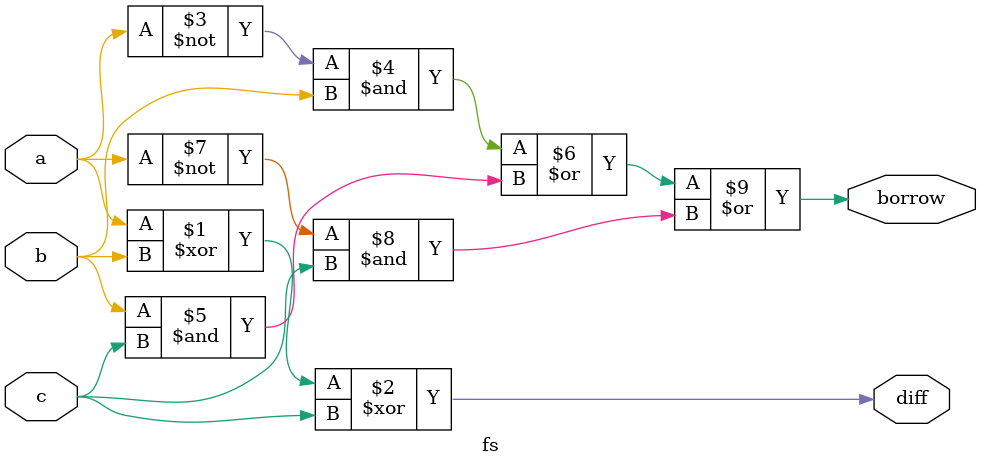
<source format=v>

module fs(diff,borrow,a,b,c);
	input a,b,c;
	output diff,borrow;
	assign diff=a^b^c;
	assign borrow=(~a&b)|(b&c)|(~a&c);
endmodule

</source>
